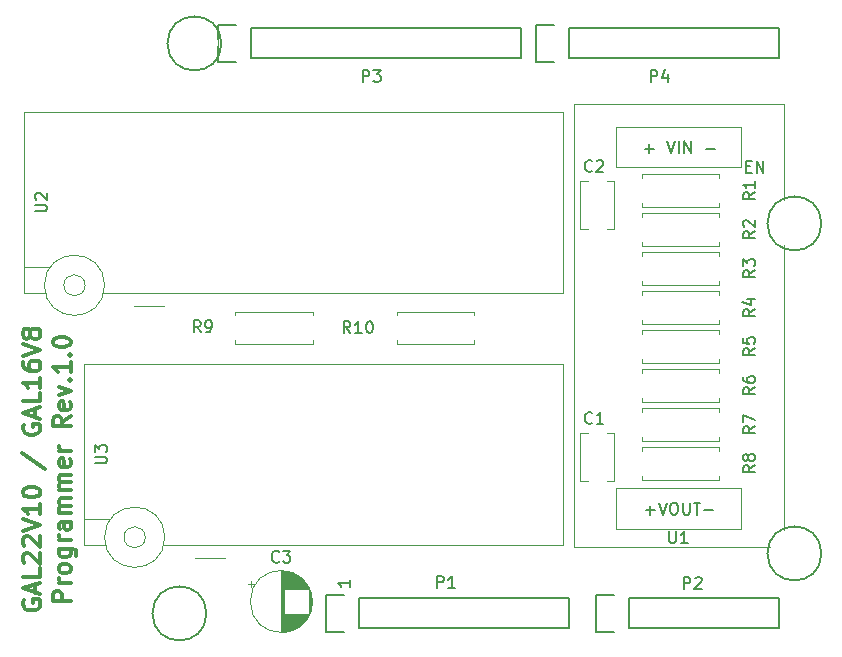
<source format=gto>
%TF.GenerationSoftware,KiCad,Pcbnew,5.1.10*%
%TF.CreationDate,2021-10-22T18:49:23+01:00*%
%TF.ProjectId,GAL Programmer,47414c20-5072-46f6-9772-616d6d65722e,rev?*%
%TF.SameCoordinates,Original*%
%TF.FileFunction,Legend,Top*%
%TF.FilePolarity,Positive*%
%FSLAX46Y46*%
G04 Gerber Fmt 4.6, Leading zero omitted, Abs format (unit mm)*
G04 Created by KiCad (PCBNEW 5.1.10) date 2021-10-22 18:49:23*
%MOMM*%
%LPD*%
G01*
G04 APERTURE LIST*
%ADD10C,0.300000*%
%ADD11C,0.150000*%
%ADD12C,0.120000*%
%ADD13O,1.600000X1.600000*%
%ADD14C,1.600000*%
%ADD15O,1.200000X2.000000*%
%ADD16C,1.524000*%
%ADD17O,1.440000X2.000000*%
%ADD18R,1.440000X2.000000*%
%ADD19R,1.600000X1.600000*%
%ADD20O,1.727200X2.032000*%
%ADD21C,4.064000*%
G04 APERTURE END LIST*
D10*
X111767000Y-122704428D02*
X111695571Y-122847285D01*
X111695571Y-123061571D01*
X111767000Y-123275857D01*
X111909857Y-123418714D01*
X112052714Y-123490142D01*
X112338428Y-123561571D01*
X112552714Y-123561571D01*
X112838428Y-123490142D01*
X112981285Y-123418714D01*
X113124142Y-123275857D01*
X113195571Y-123061571D01*
X113195571Y-122918714D01*
X113124142Y-122704428D01*
X113052714Y-122633000D01*
X112552714Y-122633000D01*
X112552714Y-122918714D01*
X112767000Y-122061571D02*
X112767000Y-121347285D01*
X113195571Y-122204428D02*
X111695571Y-121704428D01*
X113195571Y-121204428D01*
X113195571Y-119990142D02*
X113195571Y-120704428D01*
X111695571Y-120704428D01*
X111838428Y-119561571D02*
X111767000Y-119490142D01*
X111695571Y-119347285D01*
X111695571Y-118990142D01*
X111767000Y-118847285D01*
X111838428Y-118775857D01*
X111981285Y-118704428D01*
X112124142Y-118704428D01*
X112338428Y-118775857D01*
X113195571Y-119633000D01*
X113195571Y-118704428D01*
X111838428Y-118133000D02*
X111767000Y-118061571D01*
X111695571Y-117918714D01*
X111695571Y-117561571D01*
X111767000Y-117418714D01*
X111838428Y-117347285D01*
X111981285Y-117275857D01*
X112124142Y-117275857D01*
X112338428Y-117347285D01*
X113195571Y-118204428D01*
X113195571Y-117275857D01*
X111695571Y-116847285D02*
X113195571Y-116347285D01*
X111695571Y-115847285D01*
X113195571Y-114561571D02*
X113195571Y-115418714D01*
X113195571Y-114990142D02*
X111695571Y-114990142D01*
X111909857Y-115133000D01*
X112052714Y-115275857D01*
X112124142Y-115418714D01*
X111695571Y-113633000D02*
X111695571Y-113490142D01*
X111767000Y-113347285D01*
X111838428Y-113275857D01*
X111981285Y-113204428D01*
X112267000Y-113133000D01*
X112624142Y-113133000D01*
X112909857Y-113204428D01*
X113052714Y-113275857D01*
X113124142Y-113347285D01*
X113195571Y-113490142D01*
X113195571Y-113633000D01*
X113124142Y-113775857D01*
X113052714Y-113847285D01*
X112909857Y-113918714D01*
X112624142Y-113990142D01*
X112267000Y-113990142D01*
X111981285Y-113918714D01*
X111838428Y-113847285D01*
X111767000Y-113775857D01*
X111695571Y-113633000D01*
X111624142Y-110275857D02*
X113552714Y-111561571D01*
X111767000Y-107847285D02*
X111695571Y-107990142D01*
X111695571Y-108204428D01*
X111767000Y-108418714D01*
X111909857Y-108561571D01*
X112052714Y-108633000D01*
X112338428Y-108704428D01*
X112552714Y-108704428D01*
X112838428Y-108633000D01*
X112981285Y-108561571D01*
X113124142Y-108418714D01*
X113195571Y-108204428D01*
X113195571Y-108061571D01*
X113124142Y-107847285D01*
X113052714Y-107775857D01*
X112552714Y-107775857D01*
X112552714Y-108061571D01*
X112767000Y-107204428D02*
X112767000Y-106490142D01*
X113195571Y-107347285D02*
X111695571Y-106847285D01*
X113195571Y-106347285D01*
X113195571Y-105133000D02*
X113195571Y-105847285D01*
X111695571Y-105847285D01*
X113195571Y-103847285D02*
X113195571Y-104704428D01*
X113195571Y-104275857D02*
X111695571Y-104275857D01*
X111909857Y-104418714D01*
X112052714Y-104561571D01*
X112124142Y-104704428D01*
X111695571Y-102561571D02*
X111695571Y-102847285D01*
X111767000Y-102990142D01*
X111838428Y-103061571D01*
X112052714Y-103204428D01*
X112338428Y-103275857D01*
X112909857Y-103275857D01*
X113052714Y-103204428D01*
X113124142Y-103133000D01*
X113195571Y-102990142D01*
X113195571Y-102704428D01*
X113124142Y-102561571D01*
X113052714Y-102490142D01*
X112909857Y-102418714D01*
X112552714Y-102418714D01*
X112409857Y-102490142D01*
X112338428Y-102561571D01*
X112267000Y-102704428D01*
X112267000Y-102990142D01*
X112338428Y-103133000D01*
X112409857Y-103204428D01*
X112552714Y-103275857D01*
X111695571Y-101990142D02*
X113195571Y-101490142D01*
X111695571Y-100990142D01*
X112338428Y-100275857D02*
X112267000Y-100418714D01*
X112195571Y-100490142D01*
X112052714Y-100561571D01*
X111981285Y-100561571D01*
X111838428Y-100490142D01*
X111767000Y-100418714D01*
X111695571Y-100275857D01*
X111695571Y-99990142D01*
X111767000Y-99847285D01*
X111838428Y-99775857D01*
X111981285Y-99704428D01*
X112052714Y-99704428D01*
X112195571Y-99775857D01*
X112267000Y-99847285D01*
X112338428Y-99990142D01*
X112338428Y-100275857D01*
X112409857Y-100418714D01*
X112481285Y-100490142D01*
X112624142Y-100561571D01*
X112909857Y-100561571D01*
X113052714Y-100490142D01*
X113124142Y-100418714D01*
X113195571Y-100275857D01*
X113195571Y-99990142D01*
X113124142Y-99847285D01*
X113052714Y-99775857D01*
X112909857Y-99704428D01*
X112624142Y-99704428D01*
X112481285Y-99775857D01*
X112409857Y-99847285D01*
X112338428Y-99990142D01*
X115745571Y-122775857D02*
X114245571Y-122775857D01*
X114245571Y-122204428D01*
X114317000Y-122061571D01*
X114388428Y-121990142D01*
X114531285Y-121918714D01*
X114745571Y-121918714D01*
X114888428Y-121990142D01*
X114959857Y-122061571D01*
X115031285Y-122204428D01*
X115031285Y-122775857D01*
X115745571Y-121275857D02*
X114745571Y-121275857D01*
X115031285Y-121275857D02*
X114888428Y-121204428D01*
X114817000Y-121133000D01*
X114745571Y-120990142D01*
X114745571Y-120847285D01*
X115745571Y-120133000D02*
X115674142Y-120275857D01*
X115602714Y-120347285D01*
X115459857Y-120418714D01*
X115031285Y-120418714D01*
X114888428Y-120347285D01*
X114817000Y-120275857D01*
X114745571Y-120133000D01*
X114745571Y-119918714D01*
X114817000Y-119775857D01*
X114888428Y-119704428D01*
X115031285Y-119633000D01*
X115459857Y-119633000D01*
X115602714Y-119704428D01*
X115674142Y-119775857D01*
X115745571Y-119918714D01*
X115745571Y-120133000D01*
X114745571Y-118347285D02*
X115959857Y-118347285D01*
X116102714Y-118418714D01*
X116174142Y-118490142D01*
X116245571Y-118633000D01*
X116245571Y-118847285D01*
X116174142Y-118990142D01*
X115674142Y-118347285D02*
X115745571Y-118490142D01*
X115745571Y-118775857D01*
X115674142Y-118918714D01*
X115602714Y-118990142D01*
X115459857Y-119061571D01*
X115031285Y-119061571D01*
X114888428Y-118990142D01*
X114817000Y-118918714D01*
X114745571Y-118775857D01*
X114745571Y-118490142D01*
X114817000Y-118347285D01*
X115745571Y-117633000D02*
X114745571Y-117633000D01*
X115031285Y-117633000D02*
X114888428Y-117561571D01*
X114817000Y-117490142D01*
X114745571Y-117347285D01*
X114745571Y-117204428D01*
X115745571Y-116061571D02*
X114959857Y-116061571D01*
X114817000Y-116133000D01*
X114745571Y-116275857D01*
X114745571Y-116561571D01*
X114817000Y-116704428D01*
X115674142Y-116061571D02*
X115745571Y-116204428D01*
X115745571Y-116561571D01*
X115674142Y-116704428D01*
X115531285Y-116775857D01*
X115388428Y-116775857D01*
X115245571Y-116704428D01*
X115174142Y-116561571D01*
X115174142Y-116204428D01*
X115102714Y-116061571D01*
X115745571Y-115347285D02*
X114745571Y-115347285D01*
X114888428Y-115347285D02*
X114817000Y-115275857D01*
X114745571Y-115133000D01*
X114745571Y-114918714D01*
X114817000Y-114775857D01*
X114959857Y-114704428D01*
X115745571Y-114704428D01*
X114959857Y-114704428D02*
X114817000Y-114633000D01*
X114745571Y-114490142D01*
X114745571Y-114275857D01*
X114817000Y-114133000D01*
X114959857Y-114061571D01*
X115745571Y-114061571D01*
X115745571Y-113347285D02*
X114745571Y-113347285D01*
X114888428Y-113347285D02*
X114817000Y-113275857D01*
X114745571Y-113133000D01*
X114745571Y-112918714D01*
X114817000Y-112775857D01*
X114959857Y-112704428D01*
X115745571Y-112704428D01*
X114959857Y-112704428D02*
X114817000Y-112633000D01*
X114745571Y-112490142D01*
X114745571Y-112275857D01*
X114817000Y-112133000D01*
X114959857Y-112061571D01*
X115745571Y-112061571D01*
X115674142Y-110775857D02*
X115745571Y-110918714D01*
X115745571Y-111204428D01*
X115674142Y-111347285D01*
X115531285Y-111418714D01*
X114959857Y-111418714D01*
X114817000Y-111347285D01*
X114745571Y-111204428D01*
X114745571Y-110918714D01*
X114817000Y-110775857D01*
X114959857Y-110704428D01*
X115102714Y-110704428D01*
X115245571Y-111418714D01*
X115745571Y-110061571D02*
X114745571Y-110061571D01*
X115031285Y-110061571D02*
X114888428Y-109990142D01*
X114817000Y-109918714D01*
X114745571Y-109775857D01*
X114745571Y-109633000D01*
X115745571Y-107133000D02*
X115031285Y-107633000D01*
X115745571Y-107990142D02*
X114245571Y-107990142D01*
X114245571Y-107418714D01*
X114317000Y-107275857D01*
X114388428Y-107204428D01*
X114531285Y-107133000D01*
X114745571Y-107133000D01*
X114888428Y-107204428D01*
X114959857Y-107275857D01*
X115031285Y-107418714D01*
X115031285Y-107990142D01*
X115674142Y-105918714D02*
X115745571Y-106061571D01*
X115745571Y-106347285D01*
X115674142Y-106490142D01*
X115531285Y-106561571D01*
X114959857Y-106561571D01*
X114817000Y-106490142D01*
X114745571Y-106347285D01*
X114745571Y-106061571D01*
X114817000Y-105918714D01*
X114959857Y-105847285D01*
X115102714Y-105847285D01*
X115245571Y-106561571D01*
X114745571Y-105347285D02*
X115745571Y-104990142D01*
X114745571Y-104633000D01*
X115602714Y-104061571D02*
X115674142Y-103990142D01*
X115745571Y-104061571D01*
X115674142Y-104133000D01*
X115602714Y-104061571D01*
X115745571Y-104061571D01*
X115745571Y-102561571D02*
X115745571Y-103418714D01*
X115745571Y-102990142D02*
X114245571Y-102990142D01*
X114459857Y-103133000D01*
X114602714Y-103275857D01*
X114674142Y-103418714D01*
X115602714Y-101918714D02*
X115674142Y-101847285D01*
X115745571Y-101918714D01*
X115674142Y-101990142D01*
X115602714Y-101918714D01*
X115745571Y-101918714D01*
X114245571Y-100918714D02*
X114245571Y-100775857D01*
X114317000Y-100633000D01*
X114388428Y-100561571D01*
X114531285Y-100490142D01*
X114817000Y-100418714D01*
X115174142Y-100418714D01*
X115459857Y-100490142D01*
X115602714Y-100561571D01*
X115674142Y-100633000D01*
X115745571Y-100775857D01*
X115745571Y-100918714D01*
X115674142Y-101061571D01*
X115602714Y-101133000D01*
X115459857Y-101204428D01*
X115174142Y-101275857D01*
X114817000Y-101275857D01*
X114531285Y-101204428D01*
X114388428Y-101133000D01*
X114317000Y-101061571D01*
X114245571Y-100918714D01*
D11*
X139390380Y-120999285D02*
X139390380Y-121570714D01*
X139390380Y-121285000D02*
X138390380Y-121285000D01*
X138533238Y-121380238D01*
X138628476Y-121475476D01*
X138676095Y-121570714D01*
D12*
%TO.C,R9*%
X129700000Y-98261500D02*
X129700000Y-98591500D01*
X136240000Y-98261500D02*
X129700000Y-98261500D01*
X136240000Y-98591500D02*
X136240000Y-98261500D01*
X129700000Y-101001500D02*
X129700000Y-100671500D01*
X136240000Y-101001500D02*
X129700000Y-101001500D01*
X136240000Y-100671500D02*
X136240000Y-101001500D01*
%TO.C,R10*%
X149892000Y-101001500D02*
X149892000Y-100671500D01*
X143352000Y-101001500D02*
X149892000Y-101001500D01*
X143352000Y-100671500D02*
X143352000Y-101001500D01*
X149892000Y-98261500D02*
X149892000Y-98591500D01*
X143352000Y-98261500D02*
X149892000Y-98261500D01*
X143352000Y-98591500D02*
X143352000Y-98261500D01*
%TO.C,U1*%
X176186600Y-118198900D02*
X176186600Y-80657700D01*
X158347200Y-118198900D02*
X176186600Y-118198900D01*
X158347201Y-80683100D02*
X158347200Y-118198900D01*
X176186600Y-80657700D02*
X158406600Y-80657700D01*
X161911800Y-116649500D02*
X172554400Y-116649500D01*
X172554400Y-113220500D02*
X161911800Y-113220500D01*
X172554400Y-116649500D02*
X172554400Y-113220500D01*
X161911800Y-113220500D02*
X161911800Y-116649500D01*
X161911800Y-82613500D02*
X161911800Y-86042500D01*
X172554400Y-86042500D02*
X172554400Y-82613500D01*
X172554400Y-82613500D02*
X161911800Y-82613500D01*
X161911800Y-86042500D02*
X172554400Y-86042500D01*
%TO.C,U3*%
X128798000Y-119123000D02*
X126258000Y-119123000D01*
X116868000Y-115823000D02*
X119128000Y-115823000D01*
X116868000Y-118063000D02*
X118728000Y-118063000D01*
X116868000Y-102663000D02*
X116868000Y-118063000D01*
X157468000Y-102663000D02*
X116868000Y-102663000D01*
X157468000Y-118063000D02*
X157468000Y-102663000D01*
X123628000Y-118063000D02*
X157468000Y-118063000D01*
X122078000Y-117373000D02*
G75*
G03*
X122078000Y-117373000I-900000J0D01*
G01*
X123728000Y-117373000D02*
G75*
G03*
X123728000Y-117373000I-2550000J0D01*
G01*
%TO.C,U2*%
X123698000Y-97787000D02*
X121158000Y-97787000D01*
X111768000Y-94487000D02*
X114028000Y-94487000D01*
X111768000Y-96727000D02*
X113628000Y-96727000D01*
X111768000Y-81327000D02*
X111768000Y-96727000D01*
X157468000Y-81327000D02*
X111768000Y-81327000D01*
X157468000Y-96727000D02*
X157468000Y-81327000D01*
X118528000Y-96727000D02*
X157468000Y-96727000D01*
X116978000Y-96037000D02*
G75*
G03*
X116978000Y-96037000I-900000J0D01*
G01*
X118628000Y-96037000D02*
G75*
G03*
X118628000Y-96037000I-2550000J0D01*
G01*
%TO.C,R8*%
X164116000Y-109755000D02*
X164116000Y-110085000D01*
X170656000Y-109755000D02*
X164116000Y-109755000D01*
X170656000Y-110085000D02*
X170656000Y-109755000D01*
X164116000Y-112495000D02*
X164116000Y-112165000D01*
X170656000Y-112495000D02*
X164116000Y-112495000D01*
X170656000Y-112165000D02*
X170656000Y-112495000D01*
%TO.C,R7*%
X164116000Y-106453000D02*
X164116000Y-106783000D01*
X170656000Y-106453000D02*
X164116000Y-106453000D01*
X170656000Y-106783000D02*
X170656000Y-106453000D01*
X164116000Y-109193000D02*
X164116000Y-108863000D01*
X170656000Y-109193000D02*
X164116000Y-109193000D01*
X170656000Y-108863000D02*
X170656000Y-109193000D01*
%TO.C,R6*%
X164116000Y-103151000D02*
X164116000Y-103481000D01*
X170656000Y-103151000D02*
X164116000Y-103151000D01*
X170656000Y-103481000D02*
X170656000Y-103151000D01*
X164116000Y-105891000D02*
X164116000Y-105561000D01*
X170656000Y-105891000D02*
X164116000Y-105891000D01*
X170656000Y-105561000D02*
X170656000Y-105891000D01*
%TO.C,R5*%
X164116000Y-99849000D02*
X164116000Y-100179000D01*
X170656000Y-99849000D02*
X164116000Y-99849000D01*
X170656000Y-100179000D02*
X170656000Y-99849000D01*
X164116000Y-102589000D02*
X164116000Y-102259000D01*
X170656000Y-102589000D02*
X164116000Y-102589000D01*
X170656000Y-102259000D02*
X170656000Y-102589000D01*
%TO.C,R4*%
X164116000Y-96547000D02*
X164116000Y-96877000D01*
X170656000Y-96547000D02*
X164116000Y-96547000D01*
X170656000Y-96877000D02*
X170656000Y-96547000D01*
X164116000Y-99287000D02*
X164116000Y-98957000D01*
X170656000Y-99287000D02*
X164116000Y-99287000D01*
X170656000Y-98957000D02*
X170656000Y-99287000D01*
%TO.C,R3*%
X164116000Y-93245000D02*
X164116000Y-93575000D01*
X170656000Y-93245000D02*
X164116000Y-93245000D01*
X170656000Y-93575000D02*
X170656000Y-93245000D01*
X164116000Y-95985000D02*
X164116000Y-95655000D01*
X170656000Y-95985000D02*
X164116000Y-95985000D01*
X170656000Y-95655000D02*
X170656000Y-95985000D01*
%TO.C,R2*%
X164116000Y-89943000D02*
X164116000Y-90273000D01*
X170656000Y-89943000D02*
X164116000Y-89943000D01*
X170656000Y-90273000D02*
X170656000Y-89943000D01*
X164116000Y-92683000D02*
X164116000Y-92353000D01*
X170656000Y-92683000D02*
X164116000Y-92683000D01*
X170656000Y-92353000D02*
X170656000Y-92683000D01*
%TO.C,R1*%
X170656000Y-89381000D02*
X170656000Y-89051000D01*
X164116000Y-89381000D02*
X170656000Y-89381000D01*
X164116000Y-89051000D02*
X164116000Y-89381000D01*
X170656000Y-86641000D02*
X170656000Y-86971000D01*
X164116000Y-86641000D02*
X170656000Y-86641000D01*
X164116000Y-86971000D02*
X164116000Y-86641000D01*
%TO.C,C3*%
X131029225Y-121084000D02*
X131029225Y-121584000D01*
X130779225Y-121334000D02*
X131279225Y-121334000D01*
X136185000Y-122525000D02*
X136185000Y-123093000D01*
X136145000Y-122291000D02*
X136145000Y-123327000D01*
X136105000Y-122132000D02*
X136105000Y-123486000D01*
X136065000Y-122004000D02*
X136065000Y-123614000D01*
X136025000Y-121894000D02*
X136025000Y-123724000D01*
X135985000Y-121798000D02*
X135985000Y-123820000D01*
X135945000Y-121711000D02*
X135945000Y-123907000D01*
X135905000Y-121631000D02*
X135905000Y-123987000D01*
X135865000Y-123849000D02*
X135865000Y-124060000D01*
X135865000Y-121558000D02*
X135865000Y-121769000D01*
X135825000Y-123849000D02*
X135825000Y-124128000D01*
X135825000Y-121490000D02*
X135825000Y-121769000D01*
X135785000Y-123849000D02*
X135785000Y-124192000D01*
X135785000Y-121426000D02*
X135785000Y-121769000D01*
X135745000Y-123849000D02*
X135745000Y-124252000D01*
X135745000Y-121366000D02*
X135745000Y-121769000D01*
X135705000Y-123849000D02*
X135705000Y-124309000D01*
X135705000Y-121309000D02*
X135705000Y-121769000D01*
X135665000Y-123849000D02*
X135665000Y-124363000D01*
X135665000Y-121255000D02*
X135665000Y-121769000D01*
X135625000Y-123849000D02*
X135625000Y-124414000D01*
X135625000Y-121204000D02*
X135625000Y-121769000D01*
X135585000Y-123849000D02*
X135585000Y-124462000D01*
X135585000Y-121156000D02*
X135585000Y-121769000D01*
X135545000Y-123849000D02*
X135545000Y-124508000D01*
X135545000Y-121110000D02*
X135545000Y-121769000D01*
X135505000Y-123849000D02*
X135505000Y-124552000D01*
X135505000Y-121066000D02*
X135505000Y-121769000D01*
X135465000Y-123849000D02*
X135465000Y-124594000D01*
X135465000Y-121024000D02*
X135465000Y-121769000D01*
X135425000Y-123849000D02*
X135425000Y-124635000D01*
X135425000Y-120983000D02*
X135425000Y-121769000D01*
X135385000Y-123849000D02*
X135385000Y-124673000D01*
X135385000Y-120945000D02*
X135385000Y-121769000D01*
X135345000Y-123849000D02*
X135345000Y-124710000D01*
X135345000Y-120908000D02*
X135345000Y-121769000D01*
X135305000Y-123849000D02*
X135305000Y-124746000D01*
X135305000Y-120872000D02*
X135305000Y-121769000D01*
X135265000Y-123849000D02*
X135265000Y-124780000D01*
X135265000Y-120838000D02*
X135265000Y-121769000D01*
X135225000Y-123849000D02*
X135225000Y-124813000D01*
X135225000Y-120805000D02*
X135225000Y-121769000D01*
X135185000Y-123849000D02*
X135185000Y-124844000D01*
X135185000Y-120774000D02*
X135185000Y-121769000D01*
X135145000Y-123849000D02*
X135145000Y-124874000D01*
X135145000Y-120744000D02*
X135145000Y-121769000D01*
X135105000Y-123849000D02*
X135105000Y-124904000D01*
X135105000Y-120714000D02*
X135105000Y-121769000D01*
X135065000Y-123849000D02*
X135065000Y-124931000D01*
X135065000Y-120687000D02*
X135065000Y-121769000D01*
X135025000Y-123849000D02*
X135025000Y-124958000D01*
X135025000Y-120660000D02*
X135025000Y-121769000D01*
X134985000Y-123849000D02*
X134985000Y-124984000D01*
X134985000Y-120634000D02*
X134985000Y-121769000D01*
X134945000Y-123849000D02*
X134945000Y-125009000D01*
X134945000Y-120609000D02*
X134945000Y-121769000D01*
X134905000Y-123849000D02*
X134905000Y-125033000D01*
X134905000Y-120585000D02*
X134905000Y-121769000D01*
X134865000Y-123849000D02*
X134865000Y-125056000D01*
X134865000Y-120562000D02*
X134865000Y-121769000D01*
X134825000Y-123849000D02*
X134825000Y-125077000D01*
X134825000Y-120541000D02*
X134825000Y-121769000D01*
X134785000Y-123849000D02*
X134785000Y-125099000D01*
X134785000Y-120519000D02*
X134785000Y-121769000D01*
X134745000Y-123849000D02*
X134745000Y-125119000D01*
X134745000Y-120499000D02*
X134745000Y-121769000D01*
X134705000Y-123849000D02*
X134705000Y-125138000D01*
X134705000Y-120480000D02*
X134705000Y-121769000D01*
X134665000Y-123849000D02*
X134665000Y-125157000D01*
X134665000Y-120461000D02*
X134665000Y-121769000D01*
X134625000Y-123849000D02*
X134625000Y-125174000D01*
X134625000Y-120444000D02*
X134625000Y-121769000D01*
X134585000Y-123849000D02*
X134585000Y-125191000D01*
X134585000Y-120427000D02*
X134585000Y-121769000D01*
X134545000Y-123849000D02*
X134545000Y-125207000D01*
X134545000Y-120411000D02*
X134545000Y-121769000D01*
X134505000Y-123849000D02*
X134505000Y-125223000D01*
X134505000Y-120395000D02*
X134505000Y-121769000D01*
X134465000Y-123849000D02*
X134465000Y-125237000D01*
X134465000Y-120381000D02*
X134465000Y-121769000D01*
X134425000Y-123849000D02*
X134425000Y-125251000D01*
X134425000Y-120367000D02*
X134425000Y-121769000D01*
X134385000Y-123849000D02*
X134385000Y-125264000D01*
X134385000Y-120354000D02*
X134385000Y-121769000D01*
X134345000Y-123849000D02*
X134345000Y-125277000D01*
X134345000Y-120341000D02*
X134345000Y-121769000D01*
X134305000Y-123849000D02*
X134305000Y-125289000D01*
X134305000Y-120329000D02*
X134305000Y-121769000D01*
X134264000Y-123849000D02*
X134264000Y-125300000D01*
X134264000Y-120318000D02*
X134264000Y-121769000D01*
X134224000Y-123849000D02*
X134224000Y-125310000D01*
X134224000Y-120308000D02*
X134224000Y-121769000D01*
X134184000Y-123849000D02*
X134184000Y-125320000D01*
X134184000Y-120298000D02*
X134184000Y-121769000D01*
X134144000Y-123849000D02*
X134144000Y-125329000D01*
X134144000Y-120289000D02*
X134144000Y-121769000D01*
X134104000Y-123849000D02*
X134104000Y-125337000D01*
X134104000Y-120281000D02*
X134104000Y-121769000D01*
X134064000Y-123849000D02*
X134064000Y-125345000D01*
X134064000Y-120273000D02*
X134064000Y-121769000D01*
X134024000Y-123849000D02*
X134024000Y-125352000D01*
X134024000Y-120266000D02*
X134024000Y-121769000D01*
X133984000Y-123849000D02*
X133984000Y-125359000D01*
X133984000Y-120259000D02*
X133984000Y-121769000D01*
X133944000Y-123849000D02*
X133944000Y-125365000D01*
X133944000Y-120253000D02*
X133944000Y-121769000D01*
X133904000Y-123849000D02*
X133904000Y-125370000D01*
X133904000Y-120248000D02*
X133904000Y-121769000D01*
X133864000Y-123849000D02*
X133864000Y-125374000D01*
X133864000Y-120244000D02*
X133864000Y-121769000D01*
X133824000Y-123849000D02*
X133824000Y-125378000D01*
X133824000Y-120240000D02*
X133824000Y-121769000D01*
X133784000Y-120236000D02*
X133784000Y-125382000D01*
X133744000Y-120233000D02*
X133744000Y-125385000D01*
X133704000Y-120231000D02*
X133704000Y-125387000D01*
X133664000Y-120230000D02*
X133664000Y-125388000D01*
X133624000Y-120229000D02*
X133624000Y-125389000D01*
X133584000Y-120229000D02*
X133584000Y-125389000D01*
X136204000Y-122809000D02*
G75*
G03*
X136204000Y-122809000I-2620000J0D01*
G01*
%TO.C,C2*%
X159543000Y-91281000D02*
X158918000Y-91281000D01*
X161758000Y-91281000D02*
X161133000Y-91281000D01*
X159543000Y-87241000D02*
X158918000Y-87241000D01*
X161758000Y-87241000D02*
X161133000Y-87241000D01*
X158918000Y-87241000D02*
X158918000Y-91281000D01*
X161758000Y-87241000D02*
X161758000Y-91281000D01*
%TO.C,C1*%
X159543000Y-112617000D02*
X158918000Y-112617000D01*
X161758000Y-112617000D02*
X161133000Y-112617000D01*
X159543000Y-108577000D02*
X158918000Y-108577000D01*
X161758000Y-108577000D02*
X161133000Y-108577000D01*
X158918000Y-108577000D02*
X158918000Y-112617000D01*
X161758000Y-108577000D02*
X161758000Y-112617000D01*
D11*
%TO.C,P1*%
X137388000Y-122275000D02*
X137388000Y-125375000D01*
X138938000Y-122275000D02*
X137388000Y-122275000D01*
X140208000Y-125095000D02*
X140208000Y-122555000D01*
X137388000Y-125375000D02*
X138938000Y-125375000D01*
X157988000Y-122555000D02*
X140208000Y-122555000D01*
X157988000Y-125095000D02*
X157988000Y-122555000D01*
X140208000Y-125095000D02*
X157988000Y-125095000D01*
%TO.C,P2*%
X163068000Y-125095000D02*
X175768000Y-125095000D01*
X175768000Y-125095000D02*
X175768000Y-122555000D01*
X175768000Y-122555000D02*
X163068000Y-122555000D01*
X160248000Y-125375000D02*
X161798000Y-125375000D01*
X163068000Y-125095000D02*
X163068000Y-122555000D01*
X161798000Y-122275000D02*
X160248000Y-122275000D01*
X160248000Y-122275000D02*
X160248000Y-125375000D01*
%TO.C,P3*%
X131064000Y-76835000D02*
X153924000Y-76835000D01*
X153924000Y-76835000D02*
X153924000Y-74295000D01*
X153924000Y-74295000D02*
X131064000Y-74295000D01*
X128244000Y-77115000D02*
X129794000Y-77115000D01*
X131064000Y-76835000D02*
X131064000Y-74295000D01*
X129794000Y-74015000D02*
X128244000Y-74015000D01*
X128244000Y-74015000D02*
X128244000Y-77115000D01*
%TO.C,P4*%
X157988000Y-76835000D02*
X175768000Y-76835000D01*
X175768000Y-76835000D02*
X175768000Y-74295000D01*
X175768000Y-74295000D02*
X157988000Y-74295000D01*
X155168000Y-77115000D02*
X156718000Y-77115000D01*
X157988000Y-76835000D02*
X157988000Y-74295000D01*
X156718000Y-74015000D02*
X155168000Y-74015000D01*
X155168000Y-74015000D02*
X155168000Y-77115000D01*
%TO.C,P5*%
X127254000Y-123825000D02*
G75*
G03*
X127254000Y-123825000I-2286000J0D01*
G01*
%TO.C,P6*%
X179324000Y-118745000D02*
G75*
G03*
X179324000Y-118745000I-2286000J0D01*
G01*
%TO.C,P7*%
X128524000Y-75565000D02*
G75*
G03*
X128524000Y-75565000I-2286000J0D01*
G01*
%TO.C,P8*%
X179324000Y-90805000D02*
G75*
G03*
X179324000Y-90805000I-2286000J0D01*
G01*
%TO.C,R9*%
X126770833Y-100020380D02*
X126437500Y-99544190D01*
X126199404Y-100020380D02*
X126199404Y-99020380D01*
X126580357Y-99020380D01*
X126675595Y-99068000D01*
X126723214Y-99115619D01*
X126770833Y-99210857D01*
X126770833Y-99353714D01*
X126723214Y-99448952D01*
X126675595Y-99496571D01*
X126580357Y-99544190D01*
X126199404Y-99544190D01*
X127247023Y-100020380D02*
X127437500Y-100020380D01*
X127532738Y-99972761D01*
X127580357Y-99925142D01*
X127675595Y-99782285D01*
X127723214Y-99591809D01*
X127723214Y-99210857D01*
X127675595Y-99115619D01*
X127627976Y-99068000D01*
X127532738Y-99020380D01*
X127342261Y-99020380D01*
X127247023Y-99068000D01*
X127199404Y-99115619D01*
X127151785Y-99210857D01*
X127151785Y-99448952D01*
X127199404Y-99544190D01*
X127247023Y-99591809D01*
X127342261Y-99639428D01*
X127532738Y-99639428D01*
X127627976Y-99591809D01*
X127675595Y-99544190D01*
X127723214Y-99448952D01*
%TO.C,R10*%
X139438642Y-100083880D02*
X139105309Y-99607690D01*
X138867214Y-100083880D02*
X138867214Y-99083880D01*
X139248166Y-99083880D01*
X139343404Y-99131500D01*
X139391023Y-99179119D01*
X139438642Y-99274357D01*
X139438642Y-99417214D01*
X139391023Y-99512452D01*
X139343404Y-99560071D01*
X139248166Y-99607690D01*
X138867214Y-99607690D01*
X140391023Y-100083880D02*
X139819595Y-100083880D01*
X140105309Y-100083880D02*
X140105309Y-99083880D01*
X140010071Y-99226738D01*
X139914833Y-99321976D01*
X139819595Y-99369595D01*
X141010071Y-99083880D02*
X141105309Y-99083880D01*
X141200547Y-99131500D01*
X141248166Y-99179119D01*
X141295785Y-99274357D01*
X141343404Y-99464833D01*
X141343404Y-99702928D01*
X141295785Y-99893404D01*
X141248166Y-99988642D01*
X141200547Y-100036261D01*
X141105309Y-100083880D01*
X141010071Y-100083880D01*
X140914833Y-100036261D01*
X140867214Y-99988642D01*
X140819595Y-99893404D01*
X140771976Y-99702928D01*
X140771976Y-99464833D01*
X140819595Y-99274357D01*
X140867214Y-99179119D01*
X140914833Y-99131500D01*
X141010071Y-99083880D01*
%TO.C,U1*%
X166433095Y-116863880D02*
X166433095Y-117673404D01*
X166480714Y-117768642D01*
X166528333Y-117816261D01*
X166623571Y-117863880D01*
X166814047Y-117863880D01*
X166909285Y-117816261D01*
X166956904Y-117768642D01*
X167004523Y-117673404D01*
X167004523Y-116863880D01*
X168004523Y-117863880D02*
X167433095Y-117863880D01*
X167718809Y-117863880D02*
X167718809Y-116863880D01*
X167623571Y-117006738D01*
X167528333Y-117101976D01*
X167433095Y-117149595D01*
X164369619Y-84462928D02*
X165131523Y-84462928D01*
X164750571Y-84843880D02*
X164750571Y-84081976D01*
X166226761Y-83843880D02*
X166560095Y-84843880D01*
X166893428Y-83843880D01*
X167226761Y-84843880D02*
X167226761Y-83843880D01*
X167702952Y-84843880D02*
X167702952Y-83843880D01*
X168274380Y-84843880D01*
X168274380Y-83843880D01*
X169512476Y-84462928D02*
X170274380Y-84462928D01*
X164464857Y-115069928D02*
X165226761Y-115069928D01*
X164845809Y-115450880D02*
X164845809Y-114688976D01*
X165560095Y-114450880D02*
X165893428Y-115450880D01*
X166226761Y-114450880D01*
X166750571Y-114450880D02*
X166941047Y-114450880D01*
X167036285Y-114498500D01*
X167131523Y-114593738D01*
X167179142Y-114784214D01*
X167179142Y-115117547D01*
X167131523Y-115308023D01*
X167036285Y-115403261D01*
X166941047Y-115450880D01*
X166750571Y-115450880D01*
X166655333Y-115403261D01*
X166560095Y-115308023D01*
X166512476Y-115117547D01*
X166512476Y-114784214D01*
X166560095Y-114593738D01*
X166655333Y-114498500D01*
X166750571Y-114450880D01*
X167607714Y-114450880D02*
X167607714Y-115260404D01*
X167655333Y-115355642D01*
X167702952Y-115403261D01*
X167798190Y-115450880D01*
X167988666Y-115450880D01*
X168083904Y-115403261D01*
X168131523Y-115355642D01*
X168179142Y-115260404D01*
X168179142Y-114450880D01*
X168512476Y-114450880D02*
X169083904Y-114450880D01*
X168798190Y-115450880D02*
X168798190Y-114450880D01*
X169417238Y-115069928D02*
X170179142Y-115069928D01*
X172933904Y-85971071D02*
X173267238Y-85971071D01*
X173410095Y-86494880D02*
X172933904Y-86494880D01*
X172933904Y-85494880D01*
X173410095Y-85494880D01*
X173838666Y-86494880D02*
X173838666Y-85494880D01*
X174410095Y-86494880D01*
X174410095Y-85494880D01*
%TO.C,U3*%
X117816380Y-111124904D02*
X118625904Y-111124904D01*
X118721142Y-111077285D01*
X118768761Y-111029666D01*
X118816380Y-110934428D01*
X118816380Y-110743952D01*
X118768761Y-110648714D01*
X118721142Y-110601095D01*
X118625904Y-110553476D01*
X117816380Y-110553476D01*
X117816380Y-110172523D02*
X117816380Y-109553476D01*
X118197333Y-109886809D01*
X118197333Y-109743952D01*
X118244952Y-109648714D01*
X118292571Y-109601095D01*
X118387809Y-109553476D01*
X118625904Y-109553476D01*
X118721142Y-109601095D01*
X118768761Y-109648714D01*
X118816380Y-109743952D01*
X118816380Y-110029666D01*
X118768761Y-110124904D01*
X118721142Y-110172523D01*
%TO.C,U2*%
X112736380Y-89788904D02*
X113545904Y-89788904D01*
X113641142Y-89741285D01*
X113688761Y-89693666D01*
X113736380Y-89598428D01*
X113736380Y-89407952D01*
X113688761Y-89312714D01*
X113641142Y-89265095D01*
X113545904Y-89217476D01*
X112736380Y-89217476D01*
X112831619Y-88788904D02*
X112784000Y-88741285D01*
X112736380Y-88646047D01*
X112736380Y-88407952D01*
X112784000Y-88312714D01*
X112831619Y-88265095D01*
X112926857Y-88217476D01*
X113022095Y-88217476D01*
X113164952Y-88265095D01*
X113736380Y-88836523D01*
X113736380Y-88217476D01*
%TO.C,R8*%
X173680380Y-111291666D02*
X173204190Y-111625000D01*
X173680380Y-111863095D02*
X172680380Y-111863095D01*
X172680380Y-111482142D01*
X172728000Y-111386904D01*
X172775619Y-111339285D01*
X172870857Y-111291666D01*
X173013714Y-111291666D01*
X173108952Y-111339285D01*
X173156571Y-111386904D01*
X173204190Y-111482142D01*
X173204190Y-111863095D01*
X173108952Y-110720238D02*
X173061333Y-110815476D01*
X173013714Y-110863095D01*
X172918476Y-110910714D01*
X172870857Y-110910714D01*
X172775619Y-110863095D01*
X172728000Y-110815476D01*
X172680380Y-110720238D01*
X172680380Y-110529761D01*
X172728000Y-110434523D01*
X172775619Y-110386904D01*
X172870857Y-110339285D01*
X172918476Y-110339285D01*
X173013714Y-110386904D01*
X173061333Y-110434523D01*
X173108952Y-110529761D01*
X173108952Y-110720238D01*
X173156571Y-110815476D01*
X173204190Y-110863095D01*
X173299428Y-110910714D01*
X173489904Y-110910714D01*
X173585142Y-110863095D01*
X173632761Y-110815476D01*
X173680380Y-110720238D01*
X173680380Y-110529761D01*
X173632761Y-110434523D01*
X173585142Y-110386904D01*
X173489904Y-110339285D01*
X173299428Y-110339285D01*
X173204190Y-110386904D01*
X173156571Y-110434523D01*
X173108952Y-110529761D01*
%TO.C,R7*%
X173680380Y-107989666D02*
X173204190Y-108323000D01*
X173680380Y-108561095D02*
X172680380Y-108561095D01*
X172680380Y-108180142D01*
X172728000Y-108084904D01*
X172775619Y-108037285D01*
X172870857Y-107989666D01*
X173013714Y-107989666D01*
X173108952Y-108037285D01*
X173156571Y-108084904D01*
X173204190Y-108180142D01*
X173204190Y-108561095D01*
X172680380Y-107656333D02*
X172680380Y-106989666D01*
X173680380Y-107418238D01*
%TO.C,R6*%
X173680380Y-104687666D02*
X173204190Y-105021000D01*
X173680380Y-105259095D02*
X172680380Y-105259095D01*
X172680380Y-104878142D01*
X172728000Y-104782904D01*
X172775619Y-104735285D01*
X172870857Y-104687666D01*
X173013714Y-104687666D01*
X173108952Y-104735285D01*
X173156571Y-104782904D01*
X173204190Y-104878142D01*
X173204190Y-105259095D01*
X172680380Y-103830523D02*
X172680380Y-104021000D01*
X172728000Y-104116238D01*
X172775619Y-104163857D01*
X172918476Y-104259095D01*
X173108952Y-104306714D01*
X173489904Y-104306714D01*
X173585142Y-104259095D01*
X173632761Y-104211476D01*
X173680380Y-104116238D01*
X173680380Y-103925761D01*
X173632761Y-103830523D01*
X173585142Y-103782904D01*
X173489904Y-103735285D01*
X173251809Y-103735285D01*
X173156571Y-103782904D01*
X173108952Y-103830523D01*
X173061333Y-103925761D01*
X173061333Y-104116238D01*
X173108952Y-104211476D01*
X173156571Y-104259095D01*
X173251809Y-104306714D01*
%TO.C,R5*%
X173680380Y-101385666D02*
X173204190Y-101719000D01*
X173680380Y-101957095D02*
X172680380Y-101957095D01*
X172680380Y-101576142D01*
X172728000Y-101480904D01*
X172775619Y-101433285D01*
X172870857Y-101385666D01*
X173013714Y-101385666D01*
X173108952Y-101433285D01*
X173156571Y-101480904D01*
X173204190Y-101576142D01*
X173204190Y-101957095D01*
X172680380Y-100480904D02*
X172680380Y-100957095D01*
X173156571Y-101004714D01*
X173108952Y-100957095D01*
X173061333Y-100861857D01*
X173061333Y-100623761D01*
X173108952Y-100528523D01*
X173156571Y-100480904D01*
X173251809Y-100433285D01*
X173489904Y-100433285D01*
X173585142Y-100480904D01*
X173632761Y-100528523D01*
X173680380Y-100623761D01*
X173680380Y-100861857D01*
X173632761Y-100957095D01*
X173585142Y-101004714D01*
%TO.C,R4*%
X173680380Y-98083666D02*
X173204190Y-98417000D01*
X173680380Y-98655095D02*
X172680380Y-98655095D01*
X172680380Y-98274142D01*
X172728000Y-98178904D01*
X172775619Y-98131285D01*
X172870857Y-98083666D01*
X173013714Y-98083666D01*
X173108952Y-98131285D01*
X173156571Y-98178904D01*
X173204190Y-98274142D01*
X173204190Y-98655095D01*
X173013714Y-97226523D02*
X173680380Y-97226523D01*
X172632761Y-97464619D02*
X173347047Y-97702714D01*
X173347047Y-97083666D01*
%TO.C,R3*%
X173680380Y-94781666D02*
X173204190Y-95115000D01*
X173680380Y-95353095D02*
X172680380Y-95353095D01*
X172680380Y-94972142D01*
X172728000Y-94876904D01*
X172775619Y-94829285D01*
X172870857Y-94781666D01*
X173013714Y-94781666D01*
X173108952Y-94829285D01*
X173156571Y-94876904D01*
X173204190Y-94972142D01*
X173204190Y-95353095D01*
X172680380Y-94448333D02*
X172680380Y-93829285D01*
X173061333Y-94162619D01*
X173061333Y-94019761D01*
X173108952Y-93924523D01*
X173156571Y-93876904D01*
X173251809Y-93829285D01*
X173489904Y-93829285D01*
X173585142Y-93876904D01*
X173632761Y-93924523D01*
X173680380Y-94019761D01*
X173680380Y-94305476D01*
X173632761Y-94400714D01*
X173585142Y-94448333D01*
%TO.C,R2*%
X173680380Y-91479666D02*
X173204190Y-91813000D01*
X173680380Y-92051095D02*
X172680380Y-92051095D01*
X172680380Y-91670142D01*
X172728000Y-91574904D01*
X172775619Y-91527285D01*
X172870857Y-91479666D01*
X173013714Y-91479666D01*
X173108952Y-91527285D01*
X173156571Y-91574904D01*
X173204190Y-91670142D01*
X173204190Y-92051095D01*
X172775619Y-91098714D02*
X172728000Y-91051095D01*
X172680380Y-90955857D01*
X172680380Y-90717761D01*
X172728000Y-90622523D01*
X172775619Y-90574904D01*
X172870857Y-90527285D01*
X172966095Y-90527285D01*
X173108952Y-90574904D01*
X173680380Y-91146333D01*
X173680380Y-90527285D01*
%TO.C,R1*%
X173680380Y-88177666D02*
X173204190Y-88511000D01*
X173680380Y-88749095D02*
X172680380Y-88749095D01*
X172680380Y-88368142D01*
X172728000Y-88272904D01*
X172775619Y-88225285D01*
X172870857Y-88177666D01*
X173013714Y-88177666D01*
X173108952Y-88225285D01*
X173156571Y-88272904D01*
X173204190Y-88368142D01*
X173204190Y-88749095D01*
X173680380Y-87225285D02*
X173680380Y-87796714D01*
X173680380Y-87511000D02*
X172680380Y-87511000D01*
X172823238Y-87606238D01*
X172918476Y-87701476D01*
X172966095Y-87796714D01*
%TO.C,C3*%
X133417333Y-119416142D02*
X133369714Y-119463761D01*
X133226857Y-119511380D01*
X133131619Y-119511380D01*
X132988761Y-119463761D01*
X132893523Y-119368523D01*
X132845904Y-119273285D01*
X132798285Y-119082809D01*
X132798285Y-118939952D01*
X132845904Y-118749476D01*
X132893523Y-118654238D01*
X132988761Y-118559000D01*
X133131619Y-118511380D01*
X133226857Y-118511380D01*
X133369714Y-118559000D01*
X133417333Y-118606619D01*
X133750666Y-118511380D02*
X134369714Y-118511380D01*
X134036380Y-118892333D01*
X134179238Y-118892333D01*
X134274476Y-118939952D01*
X134322095Y-118987571D01*
X134369714Y-119082809D01*
X134369714Y-119320904D01*
X134322095Y-119416142D01*
X134274476Y-119463761D01*
X134179238Y-119511380D01*
X133893523Y-119511380D01*
X133798285Y-119463761D01*
X133750666Y-119416142D01*
%TO.C,C2*%
X159917333Y-86336142D02*
X159869714Y-86383761D01*
X159726857Y-86431380D01*
X159631619Y-86431380D01*
X159488761Y-86383761D01*
X159393523Y-86288523D01*
X159345904Y-86193285D01*
X159298285Y-86002809D01*
X159298285Y-85859952D01*
X159345904Y-85669476D01*
X159393523Y-85574238D01*
X159488761Y-85479000D01*
X159631619Y-85431380D01*
X159726857Y-85431380D01*
X159869714Y-85479000D01*
X159917333Y-85526619D01*
X160298285Y-85526619D02*
X160345904Y-85479000D01*
X160441142Y-85431380D01*
X160679238Y-85431380D01*
X160774476Y-85479000D01*
X160822095Y-85526619D01*
X160869714Y-85621857D01*
X160869714Y-85717095D01*
X160822095Y-85859952D01*
X160250666Y-86431380D01*
X160869714Y-86431380D01*
%TO.C,C1*%
X159917333Y-107672142D02*
X159869714Y-107719761D01*
X159726857Y-107767380D01*
X159631619Y-107767380D01*
X159488761Y-107719761D01*
X159393523Y-107624523D01*
X159345904Y-107529285D01*
X159298285Y-107338809D01*
X159298285Y-107195952D01*
X159345904Y-107005476D01*
X159393523Y-106910238D01*
X159488761Y-106815000D01*
X159631619Y-106767380D01*
X159726857Y-106767380D01*
X159869714Y-106815000D01*
X159917333Y-106862619D01*
X160869714Y-107767380D02*
X160298285Y-107767380D01*
X160584000Y-107767380D02*
X160584000Y-106767380D01*
X160488761Y-106910238D01*
X160393523Y-107005476D01*
X160298285Y-107053095D01*
%TO.C,P1*%
X146772404Y-121673880D02*
X146772404Y-120673880D01*
X147153357Y-120673880D01*
X147248595Y-120721500D01*
X147296214Y-120769119D01*
X147343833Y-120864357D01*
X147343833Y-121007214D01*
X147296214Y-121102452D01*
X147248595Y-121150071D01*
X147153357Y-121197690D01*
X146772404Y-121197690D01*
X148296214Y-121673880D02*
X147724785Y-121673880D01*
X148010500Y-121673880D02*
X148010500Y-120673880D01*
X147915261Y-120816738D01*
X147820023Y-120911976D01*
X147724785Y-120959595D01*
%TO.C,P2*%
X167663904Y-121737380D02*
X167663904Y-120737380D01*
X168044857Y-120737380D01*
X168140095Y-120785000D01*
X168187714Y-120832619D01*
X168235333Y-120927857D01*
X168235333Y-121070714D01*
X168187714Y-121165952D01*
X168140095Y-121213571D01*
X168044857Y-121261190D01*
X167663904Y-121261190D01*
X168616285Y-120832619D02*
X168663904Y-120785000D01*
X168759142Y-120737380D01*
X168997238Y-120737380D01*
X169092476Y-120785000D01*
X169140095Y-120832619D01*
X169187714Y-120927857D01*
X169187714Y-121023095D01*
X169140095Y-121165952D01*
X168568666Y-121737380D01*
X169187714Y-121737380D01*
%TO.C,P3*%
X140485904Y-78811380D02*
X140485904Y-77811380D01*
X140866857Y-77811380D01*
X140962095Y-77859000D01*
X141009714Y-77906619D01*
X141057333Y-78001857D01*
X141057333Y-78144714D01*
X141009714Y-78239952D01*
X140962095Y-78287571D01*
X140866857Y-78335190D01*
X140485904Y-78335190D01*
X141390666Y-77811380D02*
X142009714Y-77811380D01*
X141676380Y-78192333D01*
X141819238Y-78192333D01*
X141914476Y-78239952D01*
X141962095Y-78287571D01*
X142009714Y-78382809D01*
X142009714Y-78620904D01*
X141962095Y-78716142D01*
X141914476Y-78763761D01*
X141819238Y-78811380D01*
X141533523Y-78811380D01*
X141438285Y-78763761D01*
X141390666Y-78716142D01*
%TO.C,P4*%
X164869904Y-78811380D02*
X164869904Y-77811380D01*
X165250857Y-77811380D01*
X165346095Y-77859000D01*
X165393714Y-77906619D01*
X165441333Y-78001857D01*
X165441333Y-78144714D01*
X165393714Y-78239952D01*
X165346095Y-78287571D01*
X165250857Y-78335190D01*
X164869904Y-78335190D01*
X166298476Y-78144714D02*
X166298476Y-78811380D01*
X166060380Y-77763761D02*
X165822285Y-78478047D01*
X166441333Y-78478047D01*
%TD*%
%LPC*%
D13*
%TO.C,R9*%
X129160000Y-99631500D03*
D14*
X136780000Y-99631500D03*
%TD*%
D13*
%TO.C,R10*%
X150432000Y-99631500D03*
D14*
X142812000Y-99631500D03*
%TD*%
D15*
%TO.C,U1*%
X171131200Y-114902900D03*
X171131200Y-84422900D03*
X163511200Y-114902900D03*
X163511200Y-84422900D03*
D16*
X173671200Y-84422900D03*
%TD*%
D17*
%TO.C,U3*%
X150388000Y-106553000D03*
X150388000Y-114173000D03*
X147848000Y-106553000D03*
X147848000Y-114173000D03*
X145308000Y-106553000D03*
X145308000Y-114173000D03*
X142768000Y-106553000D03*
X142768000Y-114173000D03*
X140228000Y-106553000D03*
X140228000Y-114173000D03*
X137688000Y-106553000D03*
X137688000Y-114173000D03*
X135148000Y-106553000D03*
X135148000Y-114173000D03*
X132608000Y-106553000D03*
X132608000Y-114173000D03*
X130068000Y-106553000D03*
X130068000Y-114173000D03*
X127528000Y-106553000D03*
D18*
X127528000Y-114173000D03*
%TD*%
D17*
%TO.C,U2*%
X150368000Y-85217000D03*
X150368000Y-92837000D03*
X147828000Y-85217000D03*
X147828000Y-92837000D03*
X145288000Y-85217000D03*
X145288000Y-92837000D03*
X142748000Y-85217000D03*
X142748000Y-92837000D03*
X140208000Y-85217000D03*
X140208000Y-92837000D03*
X137668000Y-85217000D03*
X137668000Y-92837000D03*
X135128000Y-85217000D03*
X135128000Y-92837000D03*
X132588000Y-85217000D03*
X132588000Y-92837000D03*
X130048000Y-85217000D03*
X130048000Y-92837000D03*
X127508000Y-85217000D03*
X127508000Y-92837000D03*
X124968000Y-85217000D03*
X124968000Y-92837000D03*
X122428000Y-85217000D03*
D18*
X122428000Y-92837000D03*
%TD*%
D13*
%TO.C,R8*%
X163576000Y-111125000D03*
D14*
X171196000Y-111125000D03*
%TD*%
D13*
%TO.C,R7*%
X163576000Y-107823000D03*
D14*
X171196000Y-107823000D03*
%TD*%
D13*
%TO.C,R6*%
X163576000Y-104521000D03*
D14*
X171196000Y-104521000D03*
%TD*%
D13*
%TO.C,R5*%
X163576000Y-101219000D03*
D14*
X171196000Y-101219000D03*
%TD*%
D13*
%TO.C,R4*%
X163576000Y-97917000D03*
D14*
X171196000Y-97917000D03*
%TD*%
D13*
%TO.C,R3*%
X163576000Y-94615000D03*
D14*
X171196000Y-94615000D03*
%TD*%
D13*
%TO.C,R2*%
X163576000Y-91313000D03*
D14*
X171196000Y-91313000D03*
%TD*%
D13*
%TO.C,R1*%
X171196000Y-88011000D03*
D14*
X163576000Y-88011000D03*
%TD*%
%TO.C,C3*%
X134834000Y-122809000D03*
D19*
X132334000Y-122809000D03*
%TD*%
D14*
%TO.C,C2*%
X160338000Y-90511000D03*
X160338000Y-88011000D03*
%TD*%
%TO.C,C1*%
X160338000Y-111847000D03*
X160338000Y-109347000D03*
%TD*%
D20*
%TO.C,P1*%
X156718000Y-123825000D03*
X154178000Y-123825000D03*
X151638000Y-123825000D03*
X149098000Y-123825000D03*
X146558000Y-123825000D03*
X144018000Y-123825000D03*
X141478000Y-123825000D03*
X138938000Y-123825000D03*
%TD*%
%TO.C,P2*%
X161798000Y-123825000D03*
X164338000Y-123825000D03*
X166878000Y-123825000D03*
X169418000Y-123825000D03*
X171958000Y-123825000D03*
X174498000Y-123825000D03*
%TD*%
%TO.C,P3*%
X129794000Y-75565000D03*
X132334000Y-75565000D03*
X134874000Y-75565000D03*
X137414000Y-75565000D03*
X139954000Y-75565000D03*
X142494000Y-75565000D03*
X145034000Y-75565000D03*
X147574000Y-75565000D03*
X150114000Y-75565000D03*
X152654000Y-75565000D03*
%TD*%
%TO.C,P4*%
X156718000Y-75565000D03*
X159258000Y-75565000D03*
X161798000Y-75565000D03*
X164338000Y-75565000D03*
X166878000Y-75565000D03*
X169418000Y-75565000D03*
X171958000Y-75565000D03*
X174498000Y-75565000D03*
%TD*%
D21*
%TO.C,P5*%
X124968000Y-123825000D03*
%TD*%
%TO.C,P6*%
X177038000Y-118745000D03*
%TD*%
%TO.C,P7*%
X126238000Y-75565000D03*
%TD*%
%TO.C,P8*%
X177038000Y-90805000D03*
%TD*%
M02*

</source>
